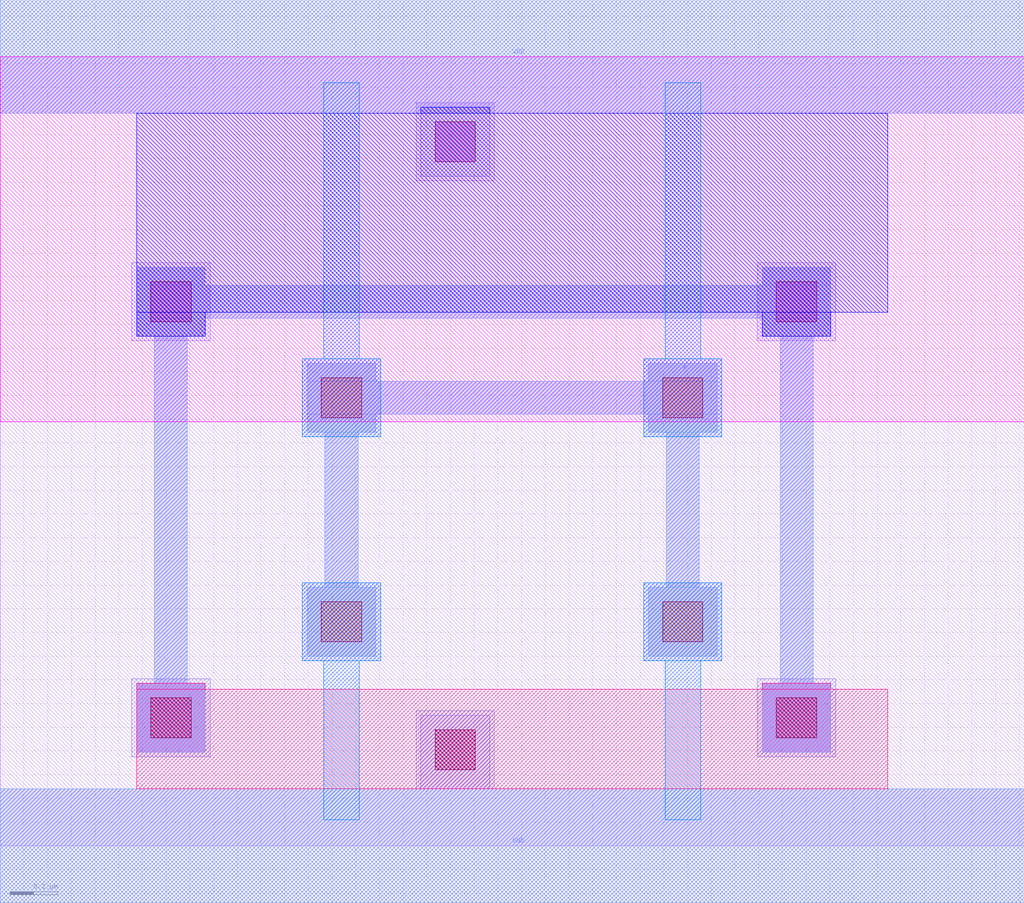
<source format=lef>
MACRO INVX4
 CLASS CORE ;
 FOREIGN INVX4 0 0 ;
 ORIGIN 0 0 ;
 SYMMETRY X Y R90 ;
 SITE UNIT ;
  PIN VDD
   DIRECTION INOUT ;
   USE SIGNAL ;
   SHAPE ABUTMENT ;
    PORT
     CLASS CORE ;
       LAYER metal2 ;
        RECT 0.00000000 3.09000000 4.32000000 3.57000000 ;
    END
  END VDD

  PIN GND
   DIRECTION INOUT ;
   USE SIGNAL ;
   SHAPE ABUTMENT ;
    PORT
     CLASS CORE ;
       LAYER metal2 ;
        RECT 0.00000000 -0.24000000 4.32000000 0.24000000 ;
    END
  END GND

  PIN Y
   DIRECTION INOUT ;
   USE SIGNAL ;
   SHAPE ABUTMENT ;
    PORT
     CLASS CORE ;
       LAYER metal2 ;
        RECT 0.57500000 0.39500000 0.86500000 0.68500000 ;
        RECT 3.21500000 0.39500000 3.50500000 0.68500000 ;
        RECT 0.65000000 0.68500000 0.79000000 2.15000000 ;
        RECT 3.29000000 0.68500000 3.43000000 2.15000000 ;
        RECT 0.57500000 2.15000000 0.86500000 2.22500000 ;
        RECT 3.21500000 2.15000000 3.50500000 2.22500000 ;
        RECT 0.57500000 2.22500000 3.50500000 2.36500000 ;
        RECT 0.57500000 2.36500000 0.86500000 2.44000000 ;
        RECT 3.21500000 2.36500000 3.50500000 2.44000000 ;
    END
  END Y

  PIN A
   DIRECTION INOUT ;
   USE SIGNAL ;
   SHAPE ABUTMENT ;
    PORT
     CLASS CORE ;
       LAYER metal2 ;
        RECT 1.29500000 0.80000000 1.58500000 1.09000000 ;
        RECT 2.73500000 0.80000000 3.02500000 1.09000000 ;
        RECT 1.37000000 1.09000000 1.51000000 1.74500000 ;
        RECT 2.81000000 1.09000000 2.95000000 1.74500000 ;
        RECT 1.29500000 1.74500000 1.58500000 1.82000000 ;
        RECT 2.73500000 1.74500000 3.02500000 1.82000000 ;
        RECT 1.29500000 1.82000000 3.02500000 1.96000000 ;
        RECT 1.29500000 1.96000000 1.58500000 2.03500000 ;
        RECT 2.73500000 1.96000000 3.02500000 2.03500000 ;
    END
  END A

  OBS
   LAYER abutment_box ;
    RECT 0.00000000 0.00000000 4.32000000 3.33000000 ;
  END

  OBS
   LAYER metal1 ;
    RECT 1.75500000 0.24000000 2.08500000 0.57000000 ;
    RECT 0.55500000 0.37500000 0.88500000 0.70500000 ;
    RECT 3.19500000 0.37500000 3.52500000 0.70500000 ;
    RECT 1.27500000 0.78000000 1.60500000 1.11000000 ;
    RECT 2.71500000 0.78000000 3.04500000 1.11000000 ;
    RECT 1.27500000 1.72500000 1.60500000 2.05500000 ;
    RECT 2.71500000 1.72500000 3.04500000 2.05500000 ;
    RECT 0.55500000 2.13000000 0.88500000 2.46000000 ;
    RECT 3.19500000 2.13000000 3.52500000 2.46000000 ;
    RECT 1.75500000 2.80500000 2.08500000 3.13500000 ;
  END

  OBS
   LAYER metal1_label ;

  END

  OBS
   LAYER metal1_pin ;

  END

  OBS
   LAYER metal2 ;
    RECT 0.00000000 -0.24000000 4.32000000 0.24000000 ;
    RECT 1.77500000 0.24000000 2.06500000 0.55000000 ;
    RECT 1.29500000 0.80000000 1.58500000 1.09000000 ;
    RECT 2.73500000 0.80000000 3.02500000 1.09000000 ;
    RECT 1.37000000 1.09000000 1.51000000 1.74500000 ;
    RECT 2.81000000 1.09000000 2.95000000 1.74500000 ;
    RECT 1.29500000 1.74500000 1.58500000 1.82000000 ;
    RECT 2.73500000 1.74500000 3.02500000 1.82000000 ;
    RECT 1.29500000 1.82000000 3.02500000 1.96000000 ;
    RECT 1.29500000 1.96000000 1.58500000 2.03500000 ;
    RECT 2.73500000 1.96000000 3.02500000 2.03500000 ;
    RECT 0.57500000 0.39500000 0.86500000 0.68500000 ;
    RECT 3.21500000 0.39500000 3.50500000 0.68500000 ;
    RECT 0.65000000 0.68500000 0.79000000 2.15000000 ;
    RECT 3.29000000 0.68500000 3.43000000 2.15000000 ;
    RECT 0.57500000 2.15000000 0.86500000 2.22500000 ;
    RECT 3.21500000 2.15000000 3.50500000 2.22500000 ;
    RECT 0.57500000 2.22500000 3.50500000 2.36500000 ;
    RECT 0.57500000 2.36500000 0.86500000 2.44000000 ;
    RECT 3.21500000 2.36500000 3.50500000 2.44000000 ;
    RECT 1.77500000 2.82500000 2.06500000 3.09000000 ;
    RECT 0.00000000 3.09000000 4.32000000 3.57000000 ;
  END

  OBS
   LAYER metal2_label ;

  END

  OBS
   LAYER metal2_pin ;
    RECT 0.00000000 -0.24000000 4.32000000 0.24000000 ;
    RECT 1.29500000 0.80000000 1.58500000 1.09000000 ;
    RECT 2.73500000 0.80000000 3.02500000 1.09000000 ;
    RECT 1.37000000 1.09000000 1.51000000 1.74500000 ;
    RECT 2.81000000 1.09000000 2.95000000 1.74500000 ;
    RECT 1.29500000 1.74500000 1.58500000 1.82000000 ;
    RECT 2.73500000 1.74500000 3.02500000 1.82000000 ;
    RECT 1.29500000 1.82000000 3.02500000 1.96000000 ;
    RECT 1.29500000 1.96000000 1.58500000 2.03500000 ;
    RECT 2.73500000 1.96000000 3.02500000 2.03500000 ;
    RECT 0.57500000 0.39500000 0.86500000 0.68500000 ;
    RECT 3.21500000 0.39500000 3.50500000 0.68500000 ;
    RECT 0.65000000 0.68500000 0.79000000 2.15000000 ;
    RECT 3.29000000 0.68500000 3.43000000 2.15000000 ;
    RECT 0.57500000 2.15000000 0.86500000 2.22500000 ;
    RECT 3.21500000 2.15000000 3.50500000 2.22500000 ;
    RECT 0.57500000 2.22500000 3.50500000 2.36500000 ;
    RECT 0.57500000 2.36500000 0.86500000 2.44000000 ;
    RECT 3.21500000 2.36500000 3.50500000 2.44000000 ;
    RECT 0.00000000 3.09000000 4.32000000 3.57000000 ;
  END

  OBS
   LAYER ndiff_contact ;
    RECT 1.83500000 0.32000000 2.00500000 0.49000000 ;
    RECT 0.63500000 0.45500000 0.80500000 0.62500000 ;
    RECT 3.27500000 0.45500000 3.44500000 0.62500000 ;
  END

  OBS
   LAYER ndiffusion ;
    RECT 0.57500000 0.24000000 3.74500000 0.66000000 ;
    RECT 0.57500000 0.66000000 0.86500000 0.68500000 ;
    RECT 3.21500000 0.66000000 3.50500000 0.68500000 ;
  END

  OBS
   LAYER nplus ;

  END

  OBS
   LAYER nwell ;
    RECT 0.00000000 1.79000000 4.32000000 3.33000000 ;
  END

  OBS
   LAYER pdiff_contact ;
    RECT 0.63500000 2.21000000 0.80500000 2.38000000 ;
    RECT 3.27500000 2.21000000 3.44500000 2.38000000 ;
    RECT 1.83500000 2.88500000 2.00500000 3.05500000 ;
  END

  OBS
   LAYER pdiffusion ;
    RECT 0.57500000 2.15000000 0.86500000 2.25000000 ;
    RECT 3.21500000 2.15000000 3.50500000 2.25000000 ;
    RECT 0.57500000 2.25000000 3.74500000 3.09000000 ;
    RECT 1.77500000 3.09000000 2.06500000 3.11500000 ;
  END

  OBS
   LAYER poly ;
    RECT 1.36500000 0.11000000 1.51500000 0.78000000 ;
    RECT 1.27500000 0.78000000 1.60500000 1.11000000 ;
    RECT 2.80500000 0.11000000 2.95500000 0.78000000 ;
    RECT 2.71500000 0.78000000 3.04500000 1.11000000 ;
    RECT 1.27500000 1.72500000 1.60500000 2.05500000 ;
    RECT 1.36500000 2.05500000 1.51500000 3.22000000 ;
    RECT 2.71500000 1.72500000 3.04500000 2.05500000 ;
    RECT 2.80500000 2.05500000 2.95500000 3.22000000 ;
  END

  OBS
   LAYER poly_contact ;
    RECT 1.35500000 0.86000000 1.52500000 1.03000000 ;
    RECT 2.79500000 0.86000000 2.96500000 1.03000000 ;
    RECT 1.35500000 1.80500000 1.52500000 1.97500000 ;
    RECT 2.79500000 1.80500000 2.96500000 1.97500000 ;
  END

  OBS
   LAYER pplus ;

  END

  OBS
   LAYER via1 ;
    RECT 1.83500000 0.32000000 2.00500000 0.49000000 ;
    RECT 0.63500000 0.45500000 0.80500000 0.62500000 ;
    RECT 3.27500000 0.45500000 3.44500000 0.62500000 ;
    RECT 1.35500000 0.86000000 1.52500000 1.03000000 ;
    RECT 2.79500000 0.86000000 2.96500000 1.03000000 ;
    RECT 1.35500000 1.80500000 1.52500000 1.97500000 ;
    RECT 2.79500000 1.80500000 2.96500000 1.97500000 ;
    RECT 0.63500000 2.21000000 0.80500000 2.38000000 ;
    RECT 3.27500000 2.21000000 3.44500000 2.38000000 ;
    RECT 1.83500000 2.88500000 2.00500000 3.05500000 ;
  END

END INVX4

</source>
